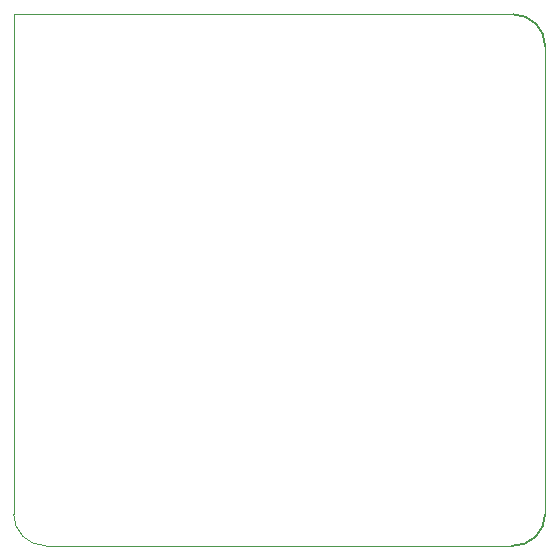
<source format=gbr>
%TF.GenerationSoftware,KiCad,Pcbnew,(5.1.6)-1*%
%TF.CreationDate,2020-10-26T14:55:52-07:00*%
%TF.ProjectId,DigitController2,44696769-7443-46f6-9e74-726f6c6c6572,rev?*%
%TF.SameCoordinates,Original*%
%TF.FileFunction,Profile,NP*%
%FSLAX46Y46*%
G04 Gerber Fmt 4.6, Leading zero omitted, Abs format (unit mm)*
G04 Created by KiCad (PCBNEW (5.1.6)-1) date 2020-10-26 14:55:52*
%MOMM*%
%LPD*%
G01*
G04 APERTURE LIST*
%TA.AperFunction,Profile*%
%ADD10C,0.150000*%
%TD*%
%TA.AperFunction,Profile*%
%ADD11C,0.050000*%
%TD*%
G04 APERTURE END LIST*
D10*
X154900000Y-84700000D02*
G75*
G02*
X157600000Y-87400000I0J-2700000D01*
G01*
D11*
X115300000Y-129700000D02*
G75*
G02*
X112600000Y-127000000I0J2700000D01*
G01*
D10*
X157601850Y-127000994D02*
G75*
G02*
X154800001Y-129699999I-2701850J994D01*
G01*
D11*
X112600000Y-127000000D02*
X112600000Y-84700000D01*
X154800001Y-129699999D02*
X115300000Y-129700000D01*
X157600000Y-87400000D02*
X157601850Y-127000994D01*
X112600000Y-84700000D02*
X154900000Y-84700000D01*
M02*

</source>
